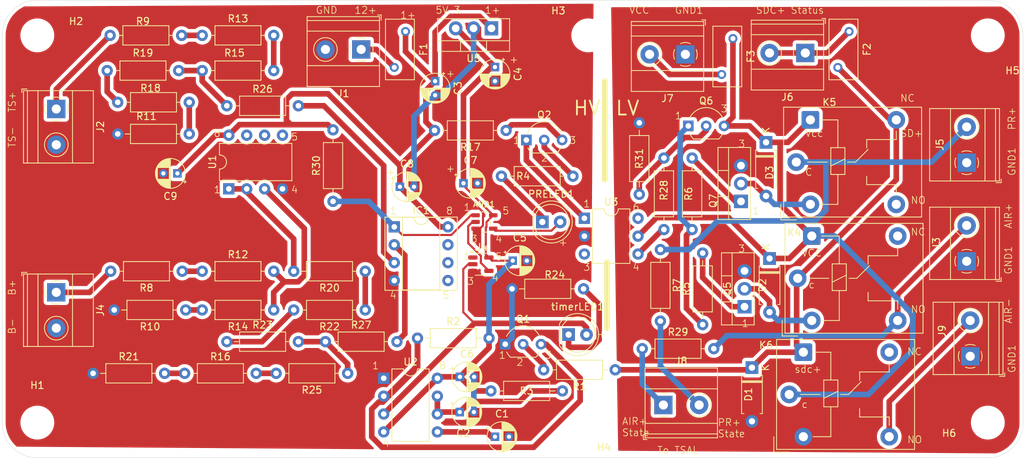
<source format=kicad_pcb>
(kicad_pcb (version 20240108) (generator "pcbnew") (generator_version "8.0")
  (layers (0 "F.Cu" signal) (31 "B.Cu" signal) (34 "B.Paste" user) (35 "F.Paste" user) (36 "B.SilkS" user "B.Silkscreen") (37 "F.SilkS" user "F.Silkscreen") (38 "B.Mask" user) (39 "F.Mask" user) (44 "Edge.Cuts" user))
  (net 0 "")
  (net 1 "Net-(U2-CV)")
  (net 2 "Net-(U2-DIS)")
  (net 3 "5V")
  (net 4 "Net-(D2-A)")
  (net 5 "Net-(D3-A)")
  (net 8 "+12V")
  (net 10 "AIR-VE")
  (net 11 "AIR+VE")
  (net 12 "GateO{slash}p")
  (net 13 "Net-(Q1-C)")
  (net 14 "Net-(Q1-B)")
  (net 15 "Net-(Q2-E)")
  (net 16 "Net-(Q2-B)")
  (net 17 "Net-(Q2-C)")
  (net 18 "ToPreChargeRelay")
  (net 19 "Main+veContactorOn")
  (net 20 "Net-(Q6-B)")
  (net 21 "SDC+")
  (net 23 "Net-(R12-Pad1)")
  (net 24 "Net-(R13-Pad1)")
  (net 25 "Net-(R11-Pad2)")
  (net 26 "Net-(R12-Pad2)")
  (net 27 "Net-(R13-Pad2)")
  (net 28 "Net-(R15-Pad2)")
  (net 29 "Net-(R16-Pad2)")
  (net 30 "Net-(R16-Pad1)")
  (net 31 "Net-(R18-Pad2)")
  (net 32 "Net-(R20-Pad1)")
  (net 33 "Net-(R22-Pad2)")
  (net 34 "Net-(R23-Pad2)")
  (net 35 "Net-(timerLED1-K)")
  (net 36 "Net-(IC1-1IN+)")
  (net 37 "Net-(IC1-1IN-)")
  (net 38 "Net-(R28-Pad1)")
  (net 39 "ComparatorO{slash}p")
  (net 40 "o{slash}pToNOTgate")
  (net 43 "o{slash}pToANDgate")
  (net 46 "GND1")
  (net 47 "VCC")
  (net 48 "GND")
  (net 49 "Net-(J2-Pin_1)")
  (net 50 "Net-(J4-Pin_1)")
  (net 51 "Net-(J8-Pin_2)")
  (net 52 "Net-(J8-Pin_1)")
  (net 53 "Net-(PRELED1-K)")
  (net 54 "Net-(J1-Pin_1)")
  (net 55 "Net-(J6-Pin_1)")
  (net 56 "Net-(J7-Pin_2)")
  (net 57 "Net-(Q5-G)")
  (net 58 "Net-(Q7-G)")
  (net 59 "Net-(R20-Pad2)")
  (net 60 "Net-(R10-Pad1)")
  (footprint "Fuse:Fuse_BelFuse_0ZRE0005FF_L8.3mm_W3.8mm" (layer "F.Cu") (at 200.3 61.45 -90)
    (property "Reference" "F3")
    (property "Value" "Fuse")
  )
  (footprint "Resistor_THT:R_Axial_DIN0207_L6.3mm_D2.5mm_P10.16mm_Horizontal" (layer "F.Cu") (at 135.08 66 180)
    (property "Reference" "R15")
    (property "Value" "20k")
  )
  (footprint "Resistor_THT:R_Axial_DIN0207_L6.3mm_D2.5mm_P10.16mm_Horizontal" (layer "F.Cu") (at 122.58 100 180)
    (property "Reference" "R10")
    (property "Value" "330k")
  )
  (footprint "Fuse:Fuse_BelFuse_0ZRE0005FF_L8.3mm_W3.8mm" (layer "F.Cu") (at 153.8 60.45 -90)
    (property "Reference" "F1")
    (property "Value" "Fuse")
  )
  (footprint "Resistor_THT:R_Axial_DIN0207_L6.3mm_D2.5mm_P10.16mm_Horizontal" (layer "F.Cu") (at 145.58 109 180)
    (property "Reference" "R25")
    (property "Value" "12k")
  )
  (footprint "Resistor_THT:R_Axial_DIN0207_L6.3mm_D2.5mm_P10.16mm_Horizontal" (layer "F.Cu") (at 190 91.42 -90)
    (property "Reference" "R7")
    (property "Value" "1k")
  )
  (footprint "Package_TO_SOT_THT:TO-92_Inline_Wide" (layer "F.Cu") (at 167.96 104.86)
    (property "Reference" "Q1")
    (property "Value" "2N3904")
  )
  (footprint "Capacitor_THT:CP_Radial_D4.0mm_P2.00mm" (layer "F.Cu") (at 153 82.5)
    (property "Reference" "C8")
    (property "Value" "0.1uF")
  )
  (footprint "Package_DIP:DIP-8_W7.62mm" (layer "F.Cu") (at 150.7 109.7)
    (property "Reference" "U2")
    (property "Value" "NE555D")
  )
  (footprint "Resistor_THT:R_Axial_DIN0207_L6.3mm_D2.5mm_P10.16mm_Horizontal" (layer "F.Cu") (at 121.58 66 180)
    (property "Reference" "R19")
    (property "Value" "12k")
  )
  (footprint "TerminalBlock_Phoenix:TerminalBlock_Phoenix_MKDS-1,5-2-5.08_1x02_P5.08mm_Horizontal" (layer "F.Cu") (at 193.545 63.695 180)
    (property "Reference" "J7")
    (property "Value" "SDC")
  )
  (footprint "TerminalBlock_Phoenix:TerminalBlock_Phoenix_MKDS-1,5-2-5.08_1x02_P5.08mm_Horizontal" (layer "F.Cu") (at 104.195 71.455 -90)
    (property "Reference" "J2")
    (property "Value" "Conn_01x02_Pin")
  )
  (footprint "Resistor_THT:R_Axial_DIN0207_L6.3mm_D2.5mm_P10.16mm_Horizontal" (layer "F.Cu") (at 128.42 71)
    (property "Reference" "R26")
    (property "Value" "1k")
  )
  (footprint "Resistor_THT:R_Axial_DIN0207_L6.3mm_D2.5mm_P10.16mm_Horizontal" (layer "F.Cu") (at 122.42 109)
    (property "Reference" "R16")
    (property "Value" "6k")
  )
  (footprint "LED_THT:LED_D5.0mm_IRGrey" (layer "F.Cu") (at 176.96 103.5)
    (property "Reference" "timerLED1")
    (property "Value" "CQY99")
  )
  (footprint "Resistor_THT:R_Axial_DIN0207_L6.3mm_D2.5mm_P10.16mm_Horizontal" (layer "F.Cu") (at 190.5 88.58 90)
    (property "Reference" "R28")
    (property "Value" "4k")
  )
  (footprint "MountingHole:MountingHole_4.3mm_M4" (layer "F.Cu") (at 236.5 116)
    (property "Reference" "H6")
    (property "Value" "MountingHole")
  )
  (footprint "Resistor_THT:R_Axial_DIN0207_L6.3mm_D2.5mm_P10.16mm_Horizontal" (layer "F.Cu") (at 183.58 108.5 180)
    (property "Reference" "R1")
    (property "Value" "10k")
  )
  (footprint "Resistor_THT:R_Axial_DIN0207_L6.3mm_D2.5mm_P10.16mm_Horizontal" (layer "F.Cu") (at 167.42 81)
    (property "Reference" "R4")
    (property "Value" "1k")
  )
  (footprint "Diode_THT:D_A-405_P7.62mm_Horizontal" (layer "F.Cu") (at 205 76.19 -90)
    (property "Reference" "D3")
    (property "Value" "1N4148WT")
  )
  (footprint "Capacitor_THT:CP_Radial_D4.0mm_P2.00mm" (layer "F.Cu") (at 121.4 80.6 180)
    (property "Reference" "C9")
    (property "Value" "0.1uF")
  )
  (footprint "TerminalBlock_Phoenix:TerminalBlock_Phoenix_MKDS-1,5-2-5.08_1x02_P5.08mm_Horizontal" (layer "F.Cu") (at 147.5 63 180)
    (property "Reference" "J1")
    (property "Value" "Conn_01x02_Pin")
  )
  (footprint "Diode_THT:D_A-405_P7.62mm_Horizontal" (layer "F.Cu") (at 205.5 92.69 -90)
    (property "Reference" "D2")
    (property "Value" "1N4148WT")
  )
  (footprint "Capacitor_THT:CP_Radial_D4.0mm_P2.00mm" (layer "F.Cu") (at 158 67.5 -90)
    (property "Reference" "C3")
    (property "Value" "10uF")
  )
  (footprint "Relay_THT:Relay_SPDT_Hongfa_HF3F-L-xx-1ZL1T" (layer "F.Cu") (at 210.3 106)
    (property "Reference" "K6")
    (property "Value" "SRD-12VDC-SL-C")
  )
  (footprint "Resistor_THT:R_Axial_DIN0207_L6.3mm_D2.5mm_P10.16mm_Horizontal" (layer "F.Cu") (at 194.5 88.58 90)
    (property "Reference" "R6")
    (property "Value" "1k")
  )
  (footprint "Resistor_THT:R_Axial_DIN0207_L6.3mm_D2.5mm_P10.16mm_Horizontal" (layer "F.Cu") (at 123.08 70.5 180)
    (property "Reference" "R18")
    (property "Value" "6k")
  )
  (footprint "Resistor_THT:R_Axial_DIN0207_L6.3mm_D2.5mm_P10.16mm_Horizontal" (layer "F.Cu") (at 155.5 104)
    (property "Reference" "R2")
    (property "Value" "1k")
  )
  (footprint "Resistor_THT:R_Axial_DIN0207_L6.3mm_D2.5mm_P10.16mm_Horizontal" (layer "F.Cu") (at 196 102.08 90)
    (property "Reference" "R5")
    (property "Value" "1k")
  )
  (footprint "TerminalBlock_Phoenix:TerminalBlock_Phoenix_MKDS-1,5-2-5.08_1x02_P5.08mm_Horizontal" (layer "F.Cu") (at 104.195 97.5 -90)
    (property "Reference" "J4")
    (property "Value" "Conn_01x02_Pin")
  )
  (footprint "Capacitor_THT:CP_Radial_D4.0mm_P2.00mm" (layer "F.Cu") (at 162.0274 82)
    (property "Reference" "C7")
    (property "Value" "0.1uF")
  )
  (footprint "Package_DIP:DIP-8_W7.62mm" (layer "F.Cu") (at 128.7 82.8 90)
    (property "Reference" "U1")
    (property "Value" "LM358AN_Obsolete")
  )
  (footprint "Relay_THT:Relay_SPDT_Hongfa_HF3F-L-xx-1ZL1T" (layer "F.Cu") (at 211.3 73)
    (property "Reference" "K5")
    (property "Value" "SRD-12VDC-SL-C")
  )
  (footprint "TerminalBlock_Phoenix:TerminalBlock_Phoenix_MKDS-1,5-2-5.08_1x02_P5.08mm_Horizontal" (layer "F.Cu") (at 234 106.58 90)
    (property "Reference" "J9")
    (property "Value" "AIR-VE")
  )
  (footprint "Resistor_THT:R_Axial_DIN0207_L6.3mm_D2.5mm_P10.16mm_Horizontal" (layer "F.Cu") (at 124.92 61)
    (property "Reference" "R13")
    (property "Value" "47k")
  )
  (footprint "Package_TO_SOT_THT:TO-220-3_Vertical" (layer "F.Cu") (at 201.445 84.58 90)
    (property "Reference" "Q7")
    (property "Value" "IRLZ44N")
  )
  (footprint "SN74LVC1G08DBVRE4:SOT95P280X145-5N" (layer "F.Cu") (at 165 87.5)
    (property "Reference" "AND1")
    (property "Value" "SN74LVC1G08DBVRE4")
  )
  (footprint "Resistor_THT:R_Axial_DIN0207_L6.3mm_D2.5mm_P10.16mm_Horizontal" (layer "F.Cu") (at 124.92 94.5)
    (property "Reference" "R12")
    (property "Value" "12k")
  )
  (footprint "Package_DIP:DIP-8_W7.62mm_Socket" (layer "F.Cu") (at 152.2 88.2)
    (property "Reference" "IC1")
    (property "Value" "LM393AN")
  )
  (footprint "Capacitor_THT:CP_Radial_D4.0mm_P2.00mm" (layer "F.Cu") (at 166.5 65.5 -90)
    (property "Reference" "C4")
    (property "Value" "1nF")
  )
  (footprint "Resistor_THT:R_Axial_DIN0207_L6.3mm_D2.5mm_P10.16mm_Horizontal" (layer "F.Cu") (at 109.42 109)
    (property "Reference" "R21")
    (property "Value" "1k")
  )
  (footprint "Capacitor_THT:CP_Radial_D4.0mm_P2.00mm" (layer "F.Cu") (at 161.5 114.5)
    (property "Reference" "C2")
    (property "Value" "10uF")
  )
  (footprint "TerminalBlock_Phoenix:TerminalBlock_Phoenix_MKDS-1,5-2-5.08_1x02_P5.08mm_Horizontal" (layer "F.Cu") (at 233.5 93.08 90)
    (property "Reference" "J3")
    (property "Value" "AIR+VE")
  )
  (footprint "MountingHole:MountingHole_4.3mm_M4" (layer "F.Cu") (at 236.5 61)
    (property "Reference" "H5")
    (property "Value" "MountingHole")
  )
  (footprint "MountingHole:MountingHole_4.3mm_M4" (layer "F.Cu") (at 179.75 61)
    (property "Reference" "H3")
    (property "Value" "MountingHole")
  )
  (footprint "Resistor_THT:R_Axial_DIN0207_L6.3mm_D2.5mm_P10.16mm_Horizontal" (layer "F.Cu") (at 128.42 104.5)
    (property "Reference" "R23")
    (property "Value" "20k")
  )
  (footprint "Capacitor_THT:CP_Radial_D4.0mm_P2.00mm" (layer "F.Cu") (at 166.5 118)
    (property "Reference" "C1")
    (property "Value" "10nF")
  )
  (footprint "Package_TO_SOT_THT:TO-92_Inline_Wide" (layer "F.Cu") (at 193.96 73.86)
    (property "Reference" "Q6")
    (property "Value" "2N3904")
  )
  (footprint "Package_TO_SOT_THT:TO-220-3_Vertical" (layer "F.Cu") (at 201.945 99.54 90)
    (property "Reference" "Q5")
    (property "Value" "IRLZ44N")
  )
  (footprint "Resistor_THT:R_Axial_DIN0207_L6.3mm_D2.5mm_P10.16mm_Horizontal" (layer "F.Cu") (at 187.42 105.5)
    (property "Reference" "R29")
    (property "Value" "1k")
  )
  (footprint "Resistor_THT:R_Axial_DIN0207_L6.3mm_D2.5mm_P10.16mm_Horizontal" (layer "F.Cu") (at 187 83.58 90)
    (property "Reference" "R31")
    (property "Value" "10k")
  )
  (footprint "Resistor_THT:R_Axial_DIN0207_L6.3mm_D2.5mm_P10.16mm_Horizontal" (layer "F.Cu") (at 168.92 97)
    (property "Reference" "R24")
    (property "Value" "220")
  )
  (footprint "Capacitor_THT:CP_Radial_D4.0mm_P2.00mm" (layer "F.Cu") (at 161.527401 109.5)
    (property "Reference" "C6")
    (property "Value" "0.1uF")
  )
  (footprint "Resistor_THT:R_Axial_DIN0207_L6.3mm_D2.5mm_P10.16mm_Horizontal" (layer "F.Cu") (at 122.08 94.5 180)
    (property "Reference" "R8")
    (property "Value" "22k")
  )
  (footprint "TerminalBlock_Phoenix:TerminalBlock_Phoenix_MKDS-1,5-2-5.08_1x02_P5.08mm_Horizontal" (layer "F.Cu") (at 233.5 79.08 90)
    (property "Reference" "J5")
    (property "Value" "ToPreChargeRelay")
  )
  (footprint "TerminalBlock_Phoenix:TerminalBlock_Phoenix_MKDS-1,5-2-5.08_1x02_P5.08mm_Horizontal" (layer "F.Cu") (at 210.58 63.5 180)
    (property "Reference" "J6")
    (property "Value" "SDC")
  )
  (footprint "Relay_THT:Relay_SPDT_Hongfa_HF3F-L-xx-1ZL1T" (layer "F.Cu") (at 211.5 89.5)
    (property "Reference" "K4")
    (property "Value" "SRD-12VDC-SL-C")
  )
  (footprint "Resistor_THT:R_Axial_DIN0207_L6.3mm_D2.5mm_P10.16mm_Horizontal" (layer "F.Cu") (at 168.08 74.5 180)
    (property "Reference" "R17")
    (property "Value" "1k")
  )
  (footprint "Package_TO_SOT_THT:TO-220-3_Vertical" (layer "F.Cu") (at 166 60 180)
    (property "Reference" "U5")
    (property "Value" "L7805")
  )
  (footprint "Resistor_THT:R_Axial_DIN0207_L6.3mm_D2.5mm_P10.16mm_Horizontal" (layer "F.Cu") (at 135.08 100 180)
    (property "Reference" "R14")
    (property "Value" "470k")
  )
  (footprint "Resistor_THT:R_Axial_DIN0207_L6.3mm_D2.5mm_P10.16mm_Horizontal" (layer "F.Cu") (at 143.5 84.58 90)
    (property "Reference" "R30")
    (property "Value" "10k")
  )
  (footprint "Resistor_THT:R_Axial_DIN0207_L6.3mm_D2.5mm_P10.16mm_Horizontal" (layer "F.Cu") (at 142.42 104.5)
    (property "Reference" "R27")
    (property "Value" "1k")
  )
  (footprint "MountingHole:MountingHole_4.3mm_M4" (layer "F.Cu") (at 101.5 61)
    (property "Reference" "H2")
    (property "Value" "MountingHole")
  )
  (footprint "TerminalBlock_Phoenix:TerminalBlock_Phoenix_MKDS-1,5-2-5.08_1x02_P5.08mm_Horizontal" (layer "F.Cu") (at 190.42 113.5)
    (property "Reference" "J8")
    (property "Value" "To TSAL")
  )
  (footprint "MountingHole:MountingHole_4.3mm_M4" (layer "F.Cu") (at 179.75 116)
    (property "Reference" "H4")
    (property "Value" "MountingHole")
  )
  (footprint "Diode_THT:D_A-405_P7.62mm_Horizontal" (layer "F.Cu") (at 203 108.19 -90)
    (property "Reference" "D1")
    (property "Value" "1N4148WT")
  )
  (footprint "Fuse:Fuse_BelFuse_0ZRE0005FF_L8.3mm_W3.8mm" (layer "F.Cu") (at 216.8 60.45 -90)
    (property "Reference" "F2")
    (property "Value" "Fuse")
  )
  (footprint "Resistor_THT:R_Axial_DIN0207_L6.3mm_D2.5mm_P10.16mm_Horizontal" (layer "F.Cu") (at 148.08 94.5 180)
    (property "Reference" "R20")
    (property "Value" "220k")
  )
  (footprint "LED_THT:LED_D5.0mm_IRGrey" (layer "F.Cu") (at 173.225 87.5)
    (property "Reference" "PRELED1")
    (property "Value" "CQY99")
  )
  (footprint "Resistor_THT:R_Axial_DIN0207_L6.3mm_D2.5mm_P10.16mm_Horizontal" (layer "F.Cu") (at 122 61 180)
    (property "Reference" "R9")
    (property "Value" "220k")
  )
  (footprint "Resistor_THT:R_Axial_DIN0207_L6.3mm_D2.5mm_P10.16mm_Horizontal" (layer "F.Cu") (at 176.08 111.5 180)
    (property "Reference" "R3")
    (property "Value" "272k")
  )
  (footprint "Package_DIP:DIP-6_W7.62mm" (layer "F.Cu") (at 179.2 86.975)
    (property "Reference" "U3")
    (property "Value" "4N35")
  )
  (footprint "Resistor_THT:R_Axial_DIN0207_L6.3mm_D2.5mm_P10.16mm_Horizontal" (layer "F.Cu") (at 112.92 75)
    (property "Reference" "R11")
    (property "Value" "1k")
  )
  (footprint "Package_TO_SOT_THT:TO-92_Inline_Wide" (layer "F.Cu") (at 170.96 75.86)
    (property "Reference" "Q2")
    (property "Value" "2N3904")
  )
  (footprint "Resistor_THT:R_Axial_DIN0207_L6.3mm_D2.5mm_P10.16mm_Horizontal" (layer "F.Cu") (at 148.08 100 180)
    (property "Reference" "R22")
    (property "Value" "47k")
  )
  (footprint "MountingHole:MountingHole_4.3mm_M4" (layer "F.Cu") (at 101.5 116)
    (property "Reference" "H1")
    (property "Value" "MountingHole")
  )
  (footprint "Package_TO_SOT_SMD:SOT-23-5" (layer "F.Cu") (at 164.5 93.5)
    (property "Reference" "U4")
    (property "Value" "74AHC1G04")
  )
  (footprint "Capacitor_THT:CP_Radial_D4.0mm_P2.00mm" (layer "F.Cu") (at 169.0274 93)
    (property "Reference" "C5")
    (property "Value" "0.1uF")
  )
  (gr_line (start 182.4 93.2125) (end 182.4 102.5875) (stroke (width 0.8)) (layer "F.SilkS"))
  (gr_line (start 182.1 67.5) (end 182.1 81.5) (stroke (width 0.8)) (layer "F.SilkS"))
  (gr_line (start 96.5 61) (end 96.5 116) (stroke (width 0.05)) (layer "Edge.Cuts"))
  (gr_line (start 101.5 121) (end 236.5 121) (stroke (width 0.05)) (layer "Edge.Cuts"))
  (gr_line (start 241.5 61) (end 241.5 116) (stroke (width 0.05)) (layer "Edge.Cuts"))
  (gr_arc (start 241.5 116) (mid 240.035534 119.535534) (end 236.5 121) (stroke (width 0.05)) (layer "Edge.Cuts"))
  (gr_line (start 101.5 56) (end 236.5 56) (stroke (width 0.05)) (layer "Edge.Cuts"))
  (gr_arc (start 236.5 56) (mid 240.035534 57.464466) (end 241.5 61) (stroke (width 0.05)) (layer "Edge.Cuts"))
  (gr_arc (start 96.5 61) (mid 97.964466 57.464466) (end 101.5 56) (stroke (width 0.05)) (layer "Edge.Cuts"))
  (gr_arc (start 101.5 121) (mid 97.964466 119.535534) (end 96.5 116) (stroke (width 0.05)) (layer "Edge.Cuts"))
  (gr_text "1" (at 126.5 83.5 0) (layer "F.SilkS") (effects (font (size 1 1) (thickness 0.1)) (justify left bottom)))
  (gr_text "GND1" (at 240 95 90) (layer "F.SilkS") (effects (font (size 1 1) (thickness 0.1)) (justify left bottom)))
  (gr_text "B-" (at 98.5 103.5 90) (layer "F.SilkS") (effects (font (size 1 1) (thickness 0.1)) (justify left bottom)))
  (gr_text "TS+" (at 98.5 72 90) (layer "F.SilkS") (effects (font (size 1 1) (thickness 0.1)) (justify left bottom)))
  (gr_text "1" (at 179 85.5 0) (layer "F.SilkS") (effects (font (size 1 1) (thickness 0.1)) (justify left bottom)))
  (gr_text "+" (at 175.5 91 0) (layer "F.SilkS") (effects (font (size 1 1) (thickness 0.1)) (justify left bottom)))
  (gr_text "HV" (at 177.5 72.5 0) (layer "F.SilkS") (effects (font (size 2 2) (thickness 0.25) (bold yes)) (justify left bottom)))
  (gr_text "c" (at 210 114 0) (layer "F.SilkS") (effects (font (size 1 1) (thickness 0.1)) (justify left bottom)))
  (gr_text "8" (at 126.5 75.5 0) (layer "F.SilkS") (effects (font (size 1 1) (thickness 0.1)) (justify left bottom)))
  (gr_text "4" (at 166.5 90.5 0) (layer "F.SilkS") (effects (font (size 1 1) (thickness 0.1)) (justify left bottom)))
  (gr_text "AIR+\nState" (at 184.5 118 0) (layer "F.SilkS") (effects (font (size 1 1) (thickness 0.1)) (justify left bottom)))
  (gr_text "GND1" (at 192 58 0) (layer "F.SilkS") (effects (font (size 1 1) (thickness 0.1)) (justify left bottom)))
  (gr_text "+" (at 151 81 0) (layer "F.SilkS") (effects (font (size 1 1) (thickness 0.1)) (justify left bottom)))
  (gr_text "NC" (at 225 106.5 0) (layer "F.SilkS") (effects (font (size 1 1) (thickness 0.1)) (justify left bottom)))
  (gr_text "+" (at 159.5 80.5 0) (layer "F.SilkS") (effects (font (size 1 1) (thickness 0.1)) (justify left bottom)))
  (gr_text "5V 3" (at 158 58 0) (layer "F.SilkS") (effects (font (size 1 1) (thickness 0.1)) (justify left bottom)))
  (gr_text "2" (at 173 79 0) (layer "F.SilkS") (effects (font (size 1 1) (thickness 0.1)) (justify left bottom)))
  (gr_text "12+" (at 146.5 58 0) (layer "F.SilkS") (effects (font (size 1 1) (thickness 0.1)) (justify left bottom)))
  (gr_text "3" (at 162.5 96.5 0) (layer "F.SilkS") (effects (font (size 1 1) (thickness 0.1)) (justify left bottom)))
  (gr_text "NO" (at 225.5 85 0) (layer "F.SilkS") (effects (font (size 1 1) (thickness 0.1)) (justify left bottom)))
  (gr_text "1" (at 162 86 0) (layer "F.SilkS") (effects (font (size 1 1) (thickness 0.1)) (justify left bottom)))
  (gr_text "3" (at 198.5 72 0) (layer "F.SilkS") (effects (font (size 1 1) (thickness 0.1)) (justify left bottom)))
  (gr_text "1" (at 169 76.5 0) (layer "F.SilkS") (effects (font (size 1 1) (thickness 0.1)) (justify left bottom)))
  (gr_text "4" (at 137.5 83.5 0) (layer "F.SilkS") (effects (font (size 1 1) (thickness 0.1)) (justify left bottom)))
  (gr_text "VCC" (at 210 92.5 0) (layer "F.SilkS") (effects (font (size 1 1) (thickness 0.1)) (justify left bottom)))
  (gr_text "3" (at 201 77 0) (layer "F.SilkS") (effects (font (size 1 1) (thickness 0.1)) (justify left bottom)))
  (gr_text "AIR+" (at 240 88.5 90) (layer "F.SilkS") (effects (font (size 1 1) (thickness 0.1)) (justify left bottom)))
  (gr_text "1+" (at 153 58.7 0) (layer "F.SilkS") (effects (font (size 1 1) (thickness 0.1)) (justify left bottom)))
  (gr_text "3" (at 173.5 107 0) (layer "F.SilkS") (effects (font (size 1 1) (thickness 0.1)) (justify left bottom)))
  (gr_text "LV" (at 183.5 72.5 0) (layer "F.SilkS") (effects (font (size 2 2) (thickness 0.25) (bold yes)) (justify left bottom)))
  (gr_text "1" (at 149 108.5 0) (layer "F.SilkS") (effects (font (size 1 1) (thickness 0.1)) (justify left bottom)))
  (gr_text "SDC+ Status" (at 203.5 58 0) (layer "F.SilkS") (effects (font (size 1 1) (thickness 0.1)) (justify left bottom)))
  (gr_text "2" (at 169.5 108 0) (layer "F.SilkS") (effects (font (size 1 1) (thickness 0.1)) (justify left bottom)))
  (gr_text "To TSAL" (at 189.5 120.5 0) (layer "F.SilkS") (effects (font (size 1 1) (thickness 0.1)) (justify left bottom)))
  (gr_text "1" (at 192 73 0) (layer "F.SilkS") (effects (font (size 1 1) (thickness 0.1)) (justify left bottom)))
  (gr_text "SD+" (at 224 75.5 0) (layer "F.SilkS") (effects (font (size 1 1) (thickness 0.1)) (justify left bottom)))
  (gr_text "NC" (at 225.5 89.5 0) (layer "F.SilkS") (effects (font (size 1 1) (thickness 0.1)) (justify left bottom)))
  (gr_text "+" (at 159.5 67 0) (layer "F.SilkS") (effects (font (size 1 1) (thickness 0.1)) (justify left bottom)))
  (gr_text "+" (at 168.5 65 0) (layer "F.SilkS") (effects (font (size 1 1) (thickness 0.1)) (justify left bottom)))
  (gr_text "4" (at 151.5 98.5 0) (layer "F.SilkS") (effects (font (size 1 1) (thickness 0.1)) (justify left bottom)))
  (gr_text "5" (at 159 98.5 0) (layer "F.SilkS") (effects (font (size 1 1) (thickness 0.1)) (justify left bottom)))
  (gr_text "C" (at 210.5 81 0) (layer "F.SilkS") (effects (font (size 1 1) (thickness 0.1)) (justify left bottom)))
  (gr_text "4" (at 186 94.5 0) (layer "F.SilkS") (effects (font (size 1 1) (thickness 0.1)) (justify left bottom)))
  (gr_text "NO" (at 225 119 0) (layer "F.SilkS") (effects (font (size 1 1) (thickness 0.1)) (justify left bottom)))
  (gr_text "4" (at 166 96 0) (layer "F.SilkS") (effects (font (size 1 1) (thickness 0.1)) (justify left bottom)))
  (gr_text "TS-" (at 98.5 77 90) (layer "F.SilkS") (effects (font (size 1 1) (thickness 0.1)) (justify left bottom)))
  (gr_text "+" (at 181 104 0) (layer "F.SilkS") (effects (font (size 1 1) (thickness 0.1)) (justify left bottom)))
  (gr_text "5" (at 166.5 93 0) (layer "F.SilkS") (effects (font (size 1 1) (thickness 0.1)) (justify left bottom)))
  (gr_text "c" (at 211 97 0) (layer "F.SilkS") (effects (font (size 1 1) (thickness 0.1)) (justify left bottom)))
  (gr_text "3" (at 179 94.5 0) (layer "F.SilkS") (effects (font (size 1 1) (thickness 0.1)) (justify left bottom)))
  (gr_text "5" (at 167.5 86.5 0) (layer "F.SilkS") (effects (font (size 1 1) (thickness 0.1)) (justify left bottom)))
  (gr_text "sdc+" (at 209 109 0) (layer "F.SilkS") (effects (font (size 1 1) (thickness 0.1)) (justify left bottom)))
  (gr_text "PR+" (at 240.5 74.5 90) (layer "F.SilkS") (effects (font (size 1 1) (thickness 0.1)) (justify left bottom)))
  (gr_text "8" (at 158.5 108.5 0) (layer "F.SilkS") (effects (font (size 1 1) (thickness 0.1)) (justify left bottom)))
  (gr_text "AIR-" (at 240 102 90) (layer "F.SilkS") (effects (font (size 1 1) (thickness 0.1)) (justify left bottom)))
  (gr_text "8" (at 159.5 86.5 0) (layer "F.SilkS") (effects (font (size 1 1) (thickness 0.1)) (justify left bottom)))
  (gr_text "1" (at 167 107 0) (layer "F.SilkS") (effects (font (size 1 1) (thickness 0.1)) (justify left bottom)))
  (gr_text "3" (at 163 90.5 0) (layer "F.SilkS") (effects (font (size 1 1) (thickness 0.1)) (justify left bottom)))
  (gr_text "3" (at 177 76.5 0) (layer "F.SilkS") (effects (font (size 1 1) (thickness 0.1)) (justify left bottom)))
  (gr_text "PR+\nState" (at 198.1 118.16 0) (layer "F.SilkS") (effects (font (size 1 1) (thickness 0.1)) (justify left bottom)))
  (gr_text "GND" (at 141 58 0) (layer "F.SilkS") (effects (font (size 1 1) (thickness 0.1)) (justify left bottom)))
  (gr_text "6" (at 186 86 0) (layer "F.SilkS") (effects (font (size 1 1) (thickness 0.1)) (justify left bottom)))
  (gr_text "NO" (at 225.5 100.5 0) (layer "F.SilkS") (effects (font (size 1 1) (thickness 0.1)) (justify left bottom)))
  (gr_text "3" (at 200.9955 91.88 0) (layer "F.SilkS") (effects (font (size 1 1) (thickness 0.1)) (justify left bottom)))
  (gr_text "GND1" (at 240.5 109 90) (layer "F.SilkS") (effects (font (size 1 1) (thickness 0.1)) (justify left bottom)))
  (gr_text "1" (at 203 86.5 0) (layer "F.SilkS") (effects (font (size 1 1) (thickness 0.1)) (justify left bottom)))
  (gr_text "Vcc" (at 210.5 75.5 0) (layer "F.SilkS") (effects (font (size 1 1) (thickness 0.1)) (justify left bottom)))
  (gr_text "NC" (at 224 70.5 0) (layer "F.SilkS") (effects (font (size 1 1) (thickness 0.1)) (justify left bottom)))
  (gr_text "1+" (at 165 58 0) (layer "F.SilkS") (effects (font (size 1 1) (thickness 0.1)) (justify left bottom)))
  (gr_text "5" (at 137.5 76 0) (layer "F.SilkS") (effects (font (size 1 1) (thickness 0.1)) (justify left bottom)))
  (gr_text "1" (at 201.5 102.5 0) (layer "F.SilkS") (effects (font (size 1 1) (thickness 0.1)) (justify left bottom)))
  (gr_text "1" (at 162 93 0) (layer "F.SilkS") (effects (font (size 1 1) (thickness 0.1)) (justify left bottom)))
  (gr_text "GND1" (at 240.5 81 90) (layer "F.SilkS") (effects (font (size 1 1) (thickness 0.1)) (justify left bottom)))
  (gr_text "B+" (at 98.5 98 90) (layer "F.SilkS") (effects (font (size 1 1) (thickness 0.1)) (justify left bottom)))
  (gr_text "1" (at 151.5 86.5 0) (layer "F.SilkS") (effects (font (size 1 1) (thickness 0.1)) (justify left bottom)))
  (gr_text "VCC" (at 185.5 58 0) (layer "F.SilkS") (effects (font (size 1 1) (thickness 0.1)) (justify left bottom)))
  (gr_text "4" (at 150.5 119.5 0) (layer "F.SilkS") (effects (font (size 1 1) (thickness 0.1)) (justify left bottom)))
  (segment (start 165.32 117.32) (end 158.32 117.32) (width 0.8) (layer "F.Cu") (net 1))
  (segment (start 166.5 118) (end 166 118) (width 0.8) (layer "F.Cu") (net 1))
  (segment (start 166 118) (end 165.32 117.32) (width 0.8) (layer "F.Cu") (net 1))
  (segment (start 161.5 114.5) (end 163 113) (width 0.8) (layer "F.Cu") (net 2))
  (segment (start 163 113) (end 170 113) (width 0.8) (layer "F.Cu") (net 2))
  (segment (start 171.5 111.5) (end 170 113) (width 0.8) (layer "F.Cu") (net 2))
  (segment (start 176.08 111.5) (end 171.5 111.5) (width 0.8) (layer "F.Cu") (net 2))
  (segment (start 158.6 114.5) (end 158.32 114.78) (width 0.8) (layer "F.Cu") (net 2))
  (segment (start 161.5 114.5) (end 158.6 114.5) (width 0.8) (layer "F.Cu") (net 2))
  (segment (start 158.32 114.78) (end 158.32 112.24) (width 0.8) (layer "F.Cu") (net 2))
  (segment (start 161 60) (end 166.5 65.5) (width 0.8) (layer "F.Cu") (net 3))
  (segment (start 169.0274 93) (end 166.0875 93) (width 0.3) (layer "F.Cu") (net 3))
  (segment (start 166.5 65.5) (end 166 65.5) (width 0.8) (layer "F.Cu") (net 3))
  (segment (start 161.527401 109.5) (end 158.52 109.5) (width 0.8) (layer "F.Cu") (net 3))
  (segment (start 165.2 92.1125) (end 165.2 88.307106) (width 0.3) (layer "F.Cu") (net 3))
  (segment (start 165.66 105.367401) (end 161.527401 109.5) (width 0.8) (layer "F.Cu") (net 3))
  (segment (start 166.0875 93) (end 165.6375 92.55) (width 0.3) (layer "F.Cu") (net 3))
  (segment (start 165.92 111.5) (end 163.527401 111.5) (width 0.8) (layer "F.Cu") (net 3))
  (segment (start 165.66 104) (end 165.66 105.367401) (width 0.8) (layer "F.Cu") (net 3))
  (segment (start 150.7 117.32) (end 158.32 109.7) (width 0.8) (layer "F.Cu") (net 3))
  (segment (start 163.527401 111.5) (end 161.527401 109.5) (width 0.8) (layer "F.Cu") (net 3))
  (segment (start 162.0274 82.3224) (end 162.0274 82) (width 0.3) (layer "F.Cu") (net 3))
  (segment (start 166.255 86.55) (end 162.0274 82.3224) (width 0.3) (layer "F.Cu") (net 3))
  (segment (start 160.92 60) (end 161 60) (width 0.8) (layer "F.Cu") (net 3))
  (segment (start 162.0274 69.4726) (end 162.0274 82) (width 0.8) (layer "F.Cu") (net 3))
  (segment (start 166 65.5) (end 162.0274 69.4726) (width 0.8) (layer "F.Cu") (net 3))
  (segment (start 158.52 109.5) (end 158.32 109.7) (width 0.8) (layer "F.Cu") (net 3))
  (segment (start 165.3 88.207106) (end 165.3 87.505) (width 0.3) (layer "F.Cu") (net 3))
  (segment (start 165.2 88.307106) (end 165.3 88.207106) (width 0.3) (layer "F.Cu") (net 3))
  (segment (start 165.6375 92.55) (end 165.2 92.1125) (width 0.3) (layer "F.Cu") (net 3))
  (segment (start 165.3 87.505) (end 166.255 86.55) (width 0.3) (layer "F.Cu") (net 3))
  (segment (start 165.66 104) (end 165.66 96.3674) (width 0.8) (layer "B.Cu") (net 3))
  (segment (start 165.66 96.3674) (end 169.0274 93) (width 0.8) (layer "B.Cu") (net 3))
  (segment (start 205.5 98.755) (end 205.5 100.31) (width 0.8) (layer "F.Cu") (net 4))
  (segment (start 201.945 97) (end 203.745 97) (width 0.8) (layer "F.Cu") (net 4))
  (segment (start 203.745 97) (end 205.5 98.755) (width 0.8) (layer "F.Cu") (net 4))
  (segment (start 206.69 101.5) (end 205.5 100.31) (width 0.8) (layer "B.Cu") (net 4))
  (segment (start 211.5 101.5) (end 206.69 101.5) (width 0.8) (layer "B.Cu") (net 4))
  (segment (start 203.23 82.04) (end 205 83.81) (width 0.8) (layer "F.Cu") (net 5))
  (segment (start 201.445 82.04) (end 203.23 82.04) (width 0.8) (layer "F.Cu") (net 5))
  (segment (start 211.3 85) (end 206.19 85) (width 0.8) (layer "B.Cu") (net 5))
  (segment (start 206.19 85) (end 205 83.81) (width 0.8) (layer "B.Cu") (net 5))
  (segment (start 156.7 73.28) (end 157.92 74.5) (width 0.8) (layer "F.Cu") (net 8))
  (segment (start 158 67.5) (end 156.7 68.8) (width 0.8) (layer "F.Cu") (net 8))
  (segment (start 153.8 63.3) (end 158 67.5) (width 0.8) (layer "F.Cu") (net 8))
  (segment (start 142.8 69.3) (end 137.7 69.3) (width 0.8) (layer "F.Cu") (net 8))
  (segment (start 158.7 88.2) (end 153 82.5) (width 0.8) (layer "F.Cu") (net 8))
  (segment (start 159.82 88.2) (end 158.7 88.2) (width 0.8) (layer "F.Cu") (net 8))
  (segment (start 156.7 68.8) (end 156.7 73.28) (width 0.8) (layer "F.Cu") (net 8))
  (segment (start 157.92 74.5) (end 157.92 74.58) (width 0.8) (layer "F.Cu") (net 8))
  (segment (start 128.7 75.18) (end 126.82 75.18) (width 0.8) (layer "F.Cu") (net 8))
  (segment (start 157.92 74.58) (end 153 79.5) (width 0.8) (layer "F.Cu") (net 8))
  (segment (start 164.3 58.3) (end 160.235512 58.3) (width 0.8) (layer "F.Cu") (net 8))
  (segment (start 137.7 69.3) (end 136.88 70.12) (width 0.8) (layer "F.Cu") (net 8))
  (segment (start 153 79.5) (end 153 82.5) (width 0.8) (layer "F.Cu") (net 8))
  (segment (start 136.88 70.12) (end 136.88 73.06) (width 0.8) (layer "F.Cu") (net 8))
  (segment (start 166 60) (end 164.3 58.3) (width 0.8) (layer "F.Cu") (net 8))
  (segment (start 136.88 73.06) (end 137.5 73.68) (width 0.8) (layer "F.Cu") (net 8))
  (segment (start 142.76 73.68) (end 143.5 74.42) (width 0.8) (layer "F.Cu") (net 8))
  (segment (start 126.82 75.18) (end 121.4 80.6) (width 0.8) (layer "F.Cu") (net 8))
  (segment (start 153.8 60.45) (end 153.8 63.3) (width 0.8) (layer "F.Cu") (net 8))
  (segment (start 130.2 73.68) (end 137.5 73.68) (width 0.8) (layer "F.Cu") (net 8))
  (segment (start 137.5 73.68) (end 142.76 73.68) (width 0.8) (layer "F.Cu") (net 8))
  (segment (start 158 60.535512) (end 158 67.5) (width 0.8) (layer "F.Cu") (net 8))
  (segment (start 128.7 75.18) (end 130.2 73.68) (width 0.8) (layer "F.Cu") (net 8))
  (segment (start 160.235512 58.3) (end 158 60.535512) (width 0.8) (layer "F.Cu") (net 8))
  (segment (start 153 79.5) (end 142.8 69.3) (width 0.8) (layer "F.Cu") (net 8))
  (segment (start 222.5 118) (end 222.5 113) (width 0.8) (layer "F.Cu") (net 10))
  (segment (start 222.5 113) (end 234 101.5) (width 0.8) (layer "F.Cu") (net 10))
  (segment (start 223.7 97.8) (end 223.7 101.5) (width 0.8) (layer "F.Cu") (net 11))
  (segment (start 233.5 88) (end 223.7 97.8) (width 0.8) (layer "F.Cu") (net 11))
  (segment (start 221.55 103.65) (end 223.7 101.5) (width 0.8) (layer "B.Cu") (net 11))
  (segment (start 199.43 103.65) (end 221.55 103.65) (width 0.8) (layer "B.Cu") (net 11))
  (segment (start 197.58 105.5) (end 199.43 103.65) (width 0.8) (layer "B.Cu") (net 11))
  (segment (start 166.555 88.75) (end 174.515 88.75) (width 0.3) (layer "F.Cu") (net 12))
  (segment (start 174.515 88.75) (end 175.765 87.5) (width 0.3) (layer "F.Cu") (net 12))
  (segment (start 166.255 88.45) (end 166.555 88.75) (width 0.3) (layer "F.Cu") (net 12))
  (segment (start 172 119.5) (end 178.6 112.9) (width 0.8) (layer "F.Cu") (net 13))
  (segment (start 151.16 112.24) (end 155.5 107.9) (width 0.8) (layer "F.Cu") (net 13))
  (segment (start 149.995836 113.08) (end 149 114.075836) (width 0.8) (layer "F.Cu") (net 13))
  (segment (start 178.6 112.9) (end 178.6 109.7) (width 0.8) (layer "F.Cu") (net 13))
  (segment (start 155.5 108.141522) (end 150.561522 113.08) (width 0.8) (layer "F.Cu") (net 13))
  (segment (start 150.561522 113.08) (end 149.995836 113.08) (width 0.8) (layer "F.Cu") (net 13))
  (segment (start 150.7 112.24) (end 151.16 112.24) (width 0.8) (layer "F.Cu") (net 13))
  (segment (start 149 114.075836) (end 149 118.024164) (width 0.8) (layer "F.Cu") (net 13))
  (segment (start 150.475836 119.5) (end 172 119.5) (width 0.8) (layer "F.Cu") (net 13))
  (segment (start 173.76 104.86) (end 173.04 104.86) (width 0.8) (layer "F.Cu") (net 13))
  (segment (start 178.6 109.7) (end 173.76 104.86) (width 0.8) (layer "F.Cu") (net 13))
  (segment (start 155.5 104) (end 155.5 108.141522) (width 0.8) (layer "F.Cu") (net 13))
  (segment (start 149 118.024164) (end 150.475836 119.5) (width 0.8) (layer "F.Cu") (net 13))
  (segment (start 155.5 107.9) (end 155.5 104) (width 0.8) (layer "F.Cu") (net 13))
  (segment (start 173.42 108.5) (end 173.42 107.78) (width 0.8) (layer "F.Cu") (net 14))
  (segment (start 173.42 107.78) (end 170.5 104.86) (width 0.8) (layer "F.Cu") (net 14))
  (segment (start 170.96 78.735) (end 179.2 86.975) (width 0.8) (layer "F.Cu") (net 15))
  (segment (start 170.96 75.86) (end 170.96 78.735) (width 0.8) (layer "F.Cu") (net 15))
  (segment (start 173.5 75.86) (end 173.5 76.92) (width 0.8) (layer "F.Cu") (net 16))
  (segment (start 173.5 76.92) (end 177.58 81) (width 0.8) (layer "F.Cu") (net 16))
  (segment (start 176.04 75.86) (end 173.880001 73.700001) (width 0.8) (layer "F.Cu") (net 17))
  (segment (start 173.880001 73.700001) (end 168.879999 73.700001) (width 0.8) (layer "F.Cu") (net 17))
  (segment (start 168.879999 73.700001) (end 168.08 74.5) (width 0.8) (layer "F.Cu") (net 17))
  (segment (start 213.5 85.84056) (end 213.5 79) (width 0.8) (layer "B.Cu") (net 18))
  (segment (start 190 91.42) (end 194.064164 91.42) (width 0.8) (layer "B.Cu") (net 18))
  (segment (start 213.5 79) (end 228.5 79) (width 0.8) (layer "B.Cu") (net 18))
  (segment (start 211.99056 87.35) (end 213.5 85.84056) (width 0.8) (layer "B.Cu") (net 18))
  (segment (start 198.134164 87.35) (end 211.99056 87.35) (width 0.8) (layer "B.Cu") (net 18))
  (segment (start 228.5 79) (end 233.5 74) (width 0.8) (layer "B.Cu") (net 18))
  (segment (start 209.3 79) (end 213.5 79) (width 0.8) (layer "B.Cu") (net 18))
  (segment (start 194.064164 91.42) (end 198.134164 87.35) (width 0.8) (layer "B.Cu") (net 18))
  (segment (start 196 102.08) (end 193.700001 99.780001) (width 0.8) (layer "F.Cu") (net 19))
  (segment (start 193.700001 99.780001) (end 193.700001 89.379999) (width 0.8) (layer "F.Cu") (net 19))
  (segment (start 193.700001 89.379999) (end 194.5 88.58) (width 0.8) (layer "F.Cu") (net 19))
  (segment (start 192.8 75.02) (end 192.8 86.88) (width 0.8) (layer "B.Cu") (net 19))
  (segment (start 192.8 86.88) (end 194.5 88.58) (width 0.8) (layer "B.Cu") (net 19))
  (segment (start 193.96 73.86) (end 192.8 75.02) (width 0.8) (layer "B.Cu") (net 19))
  (segment (start 190.5 78.42) (end 193.41 75.51) (width 0.8) (layer "F.Cu") (net 20))
  (segment (start 196.5 74.51) (end 196.5 73.86) (width 0.8) (layer "F.Cu") (net 20))
  (segment (start 193.41 75.51) (end 195.5 75.51) (width 0.8) (layer "F.Cu") (net 20))
  (segment (start 187 81.92) (end 190.5 78.42) (width 0.8) (layer "F.Cu") (net 20))
  (segment (start 195.5 75.51) (end 196.5 74.51) (width 0.8) (layer "F.Cu") (net 20))
  (segment (start 187 83.58) (end 187 81.92) (width 0.8) (layer "F.Cu") (net 20))
  (segment (start 223.5 73) (end 223.5 81.5) (width 0.8) (layer "F.Cu") (net 21))
  (segment (start 222.65 73) (end 223.5 73) (width 0.8) (layer "F.Cu") (net 21))
  (segment (start 205.19 106) (end 203 108.19) (width 0.8) (layer "F.Cu") (net 21))
  (segment (start 209.35 95.65) (end 209.35 105.05) (width 0.8) (layer "F.Cu") (net 21))
  (segment (start 202.69 108.5) (end 203 108.19) (width 0.8) (layer "F.Cu") (net 21))
  (segment (start 223.5 81.5) (end 209.5 95.5) (width 0.8) (layer "F.Cu") (net 21))
  (segment (start 209.35 105.05) (end 210.3 106) (width 0.8) (layer "F.Cu") (net 21))
  (segment (start 215.2 65.55) (end 222.65 73) (width 0.8) (layer "F.Cu") (net 21))
  (segment (start 210.3 106) (end 205.19 106) (width 0.8) (layer "F.Cu") (net 21))
  (segment (start 209.5 95.5) (end 209.35 95.65) (width 0.8) (layer "F.Cu") (net 21))
  (segment (start 183.58 108.5) (end 202.69 108.5) (width 0.8) (layer "F.Cu") (net 21))
  (segment (start 122.08 94.5) (end 124.92 94.5) (width 0.8) (layer "F.Cu") (net 23))
  (segment (start 122 61) (end 124.92 61) (width 0.8) (layer "F.Cu") (net 24))
  (segment (start 123.08 70.5) (end 123.08 75) (width 0.8) (layer "F.Cu") (net 25))
  (segment (start 135.08 100) (end 135.08 97.5) (width 0.8) (layer "F.Cu") (net 26))
  (segment (start 138.541321 96) (end 136.58 96) (width 0.8) (layer "F.Cu") (net 26))
  (segment (start 136.58 96) (end 135.08 94.5) (width 0.8) (layer "F.Cu") (net 26))
  (segment (start 139.42 88.44) (end 139.42 95.121321) (width 0.8) (layer "F.Cu") (net 26))
  (segment (start 135.08 97.5) (end 136.58 96) (width 0.8) (layer "F.Cu") (net 26))
  (segment (start 139.42 95.121321) (end 138.541321 96) (width 0.8) (layer "F.Cu") (net 26))
  (segment (start 133.78 82.8) (end 139.42 88.44) (width 0.8) (layer "F.Cu") (net 26))
  (segment (start 135.08 61) (end 135.08 66) (width 0.8) (layer "F.Cu") (net 27))
  (segment (start 124.92 67.5) (end 128.42 71) (width 0.8) (layer "F.Cu") (net 28))
  (segment (start 124.92 66) (end 124.92 67.5) (width 0.8) (layer "F.Cu") (net 28))
  (segment (start 121.58 66) (end 124.92 66) (width 0.8) (layer "F.Cu") (net 28))
  (segment (start 132.58 109) (end 135.42 109) (width 0.8) (layer "F.Cu") (net 29))
  (segment (start 119.58 109) (end 122.42 109) (width 0.8) (layer "F.Cu") (net 30))
  (segment (start 111.42 69) (end 112.92 70.5) (width 0.8) (layer "F.Cu") (net 31))
  (segment (start 111.42 66) (end 111.42 69) (width 0.8) (layer "F.Cu") (net 31))
  (segment (start 148.08 100) (end 148.08 94.5) (width 0.8) (layer "F.Cu") (net 32))
  (segment (start 133.42 104.5) (end 137.92 100) (width 0.8) (layer "F.Cu") (net 33))
  (segment (start 128.42 104.5) (end 133.42 104.5) (width 0.8) (layer "F.Cu") (net 33))
  (segment (start 145.58 109) (end 145.58 107.66) (width 0.8) (layer "F.Cu") (net 34))
  (segment (start 145.58 107.66) (end 142.42 104.5) (width 0.8) (layer "F.Cu") (net 34))
  (segment (start 138.58 104.5) (end 142.42 104.5) (width 0.8) (layer "F.Cu") (net 34))
  (segment (start 180.245585 105.3) (end 181.3 104.245585) (width 0.8) (layer "F.Cu") (net 35))
  (segment (start 176.96 103.5) (end 176.96 105.2) (width 0.8) (layer "F.Cu") (net 35))
  (segment (start 181.3 99.22) (end 179.08 97) (width 0.8) (layer "F.Cu") (net 35))
  (segment (start 177.06 105.3) (end 180.245585 105.3) (width 0.8) (layer "F.Cu") (net 35))
  (segment (start 181.3 104.245585) (end 181.3 99.22) (width 0.8) (layer "F.Cu") (net 35))
  (segment (start 176.96 105.2) (end 177.06 105.3) (width 0.8) (layer "F.Cu") (net 35))
  (segment (start 150.7 91.78) (end 152.2 93.28) (width 0.8) (layer "F.Cu") (net 36))
  (segment (start 142.201321 71) (end 150.7 79.498679) (width 0.8) (layer "F.Cu") (net 36))
  (segment (start 138.58 71) (end 142.201321 71) (width 0.8) (layer "F.Cu") (net 36))
  (segment (start 150.7 79.498679) (end 150.7 91.78) (width 0.8) (layer "F.Cu") (net 36))
  (segment (start 153.7 103.38) (end 153.7 92.24) (width 0.8) (layer "F.Cu") (net 37))
  (segment (start 152.58 104.5) (end 153.7 103.38) (width 0.8) (layer "F.Cu") (net 37))
  (segment (start 153.7 92.24) (end 152.2 90.74) (width 0.8) (layer "F.Cu") (net 37))
  (segment (start 190.295 88.58) (end 190.5 88.58) (width 0.8) (layer "F.Cu") (net 38))
  (segment (start 186.82 92.055) (end 190.295 88.58) (width 0.8) (layer "F.Cu") (net 38))
  (segment (start 163.096346 86.55) (end 160.296346 89.35) (width 0.3) (layer "F.Cu") (net 39))
  (segment (start 160.296346 89.35) (end 153.35 89.35) (width 0.3) (layer "F.Cu") (net 39))
  (segment (start 163.745 86.55) (end 163.096346 86.55) (width 0.3) (layer "F.Cu") (net 39))
  (segment (start 153.35 89.35) (end 152.2 88.2) (width 0.3) (layer "F.Cu") (net 39))
  (segment (start 143.5 84.58) (end 148.58 84.58) (width 0.8) (layer "B.Cu") (net 39))
  (segment (start 148.58 84.58) (end 152.2 88.2) (width 0.8) (layer "B.Cu") (net 39))
  (segment (start 178.9 101.9) (end 179.5 102.5) (width 0.8) (layer "F.Cu") (net 40))
  (segment (start 162 100.32) (end 163.58 101.9) (width 0.3) (layer "F.Cu") (net 40))
  (segment (start 163.3625 93.5) (end 162.700001 93.5) (width 0.3) (layer "F.Cu") (net 40))
  (segment (start 179.5 102.5) (end 179.5 103.5) (width 0.8) (layer "F.Cu") (net 40))
  (segment (start 163.58 101.9) (end 178.9 101.9) (width 0.8) (layer "F.Cu") (net 40))
  (segment (start 162.700001 93.5) (end 162 94.200001) (width 0.3) (layer "F.Cu") (net 40))
  (segment (start 162 94.200001) (end 162 100.32) (width 0.3) (layer "F.Cu") (net 40))
  (segment (start 150.7 114.78) (end 163.58 101.9) (width 0.8) (layer "F.Cu") (net 40))
  (segment (start 164.5 93.3125) (end 165.6375 94.45) (width 0.3) (layer "F.Cu") (net 43))
  (segment (start 162.7 90.513738) (end 164.5 92.313738) (width 0.3) (layer "F.Cu") (net 43))
  (segment (start 163.29117 87.5) (end 162.7 88.09117) (width 0.3) (layer "F.Cu") (net 43))
  (segment (start 163.745 87.5) (end 163.29117 87.5) (width 0.3) (layer "F.Cu") (net 43))
  (segment (start 162.7 88.09117) (end 162.7 90.513738) (width 0.3) (layer "F.Cu") (net 43))
  (segment (start 164.5 92.313738) (end 164.5 93.3125) (width 0.3) (layer "F.Cu") (net 43))
  (segment (start 200.3 61.45) (end 200.3 72.6) (width 0.8) (layer "F.Cu") (net 47))
  (segment (start 186.82 89.515) (end 189.455 86.88) (width 0.8) (layer "F.Cu") (net 47))
  (segment (start 207 76.19) (end 208.11 76.19) (width 0.8) (layer "F.Cu") (net 47))
  (segment (start 205.5 92.69) (end 208.31 92.69) (width 0.8) (layer "F.Cu") (net 47))
  (segment (start 207 85) (end 207 76.19) (width 0.8) (layer "F.Cu") (net 47))
  (segment (start 208.31 92.69) (end 211.5 89.5) (width 0.8) (layer "F.Cu") (net 47))
  (segment (start 200.3 72.6) (end 199.04 73.86) (width 0.8) (layer "F.Cu") (net 47))
  (segment (start 189.455 86.88) (end 199.69 86.88) (width 0.8) (layer "F.Cu") (net 47))
  (segment (start 202.67 73.86) (end 205 76.19) (width 0.8) (layer "F.Cu") (net 47))
  (segment (start 199.04 73.86) (end 202.67 73.86) (width 0.8) (layer "F.Cu") (net 47))
  (segment (start 199.69 86.88) (end 205.5 92.69) (width 0.8) (layer "F.Cu") (net 47))
  (segment (start 205 76.19) (end 207 76.19) (width 0.8) (layer "F.Cu") (net 47))
  (segment (start 208.11 76.19) (end 211.3 73) (width 0.8) (layer "F.Cu") (net 47))
  (segment (start 211.5 89.5) (end 207 85) (width 0.8) (layer "F.Cu") (net 47))
  (segment (start 219.54056 112) (end 225.85 105.69056) (width 0.8) (layer "B.Cu") (net 47))
  (segment (start 225.85 105.69056) (end 225.85 100.60944) (width 0.8) (layer "B.Cu") (net 47))
  (segment (start 225.85 100.60944) (end 214.74056 89.5) (width 0.8) (layer "B.Cu") (net 47))
  (segment (start 208.3 112) (end 219.54056 112) (width 0.8) (layer "B.Cu") (net 47))
  (segment (start 214.74056 89.5) (end 211.5 89.5) (width 0.8) (layer "B.Cu") (net 47))
  (segment (start 109.42 103) (end 109.84 102.58) (width 0.8) (layer "F.Cu") (net 48))
  (segment (start 164.8 86.1) (end 162.2 83.5) (width 0.3) (layer "F.Cu") (net 48))
  (segment (start 164.349999 88.45) (end 164.8 87.999999) (width 0.3) (layer "F.Cu") (net 48))
  (segment (start 163.745 88.45) (end 164.349999 88.45) (width 0.3) (layer "F.Cu") (net 48))
  (segment (start 162.2 83.5) (end 156 83.5) (width 0.3) (layer "F.Cu") (net 48))
  (segment (start 168.92 97) (end 165.8625 97) (width 0.8) (layer "F.Cu") (net 48))
  (segment (start 109.42 109) (end 109.42 103) (width 0.8) (layer "F.Cu") (net 48))
  (segment (start 104.195 102.58) (end 109.84 102.58) (width 0.8) (layer "F.Cu") (net 48))
  (segment (start 165.8625 97) (end 163.3625 94.5) (width 0.8) (layer "F.Cu") (net 48))
  (segment (start 109.84 102.58) (end 112.42 100) (width 0.8) (layer "F.Cu") (net 48))
  (segment (start 156 83.5) (end 155 82.5) (width 0.3) (layer "F.Cu") (net 48))
  (segment (start 164.8 87.999999) (end 164.8 86.1) (width 0.3) (layer "F.Cu") (net 48))
  (segment (start 155 72.5) (end 158 69.5) (width 0.8) (layer "B.Cu") (net 48))
  (segment (start 158 69.5) (end 158.9 69.5) (width 0.8) (layer "B.Cu") (net 48))
  (segment (start 163.5 109.527401) (end 163.527401 109.5) (width 0.8) (layer "B.Cu") (net 48))
  (segment (start 168.92 103.9) (end 167.96 104.86) (width 0.8) (layer "B.Cu") (net 48))
  (segment (start 163.46 64.94) (end 163.46 60) (width 0.8) (layer "B.Cu") (net 48))
  (segment (start 155 82.5) (end 155 72.5) (width 0.8) (layer "B.Cu") (net 48))
  (segment (start 158.9 69.5) (end 163.46 64.94) (width 0.8) (layer "B.Cu") (net 48))
  (segment (start 163.5 114.5) (end 163.5 109.527401) (width 0.8) (layer "B.Cu") (net 48))
  (segment (start 168.92 97) (end 168.92 103.9) (width 0.8) (layer "B.Cu") (net 48))
  (segment (start 104.195 68.645) (end 111.84 61) (width 0.8) (layer "F.Cu") (net 49))
  (segment (start 104.195 71.455) (end 104.195 68.645) (width 0.8) (layer "F.Cu") (net 49))
  (segment (start 104.195 97.5) (end 108.92 97.5) (width 0.8) (layer "F.Cu") (net 50))
  (segment (start 108.92 97.5) (end 111.92 94.5) (width 0.8) (layer "F.Cu") (net 50))
  (segment (start 195.5 113.5) (end 190 108) (width 0.8) (layer "B.Cu") (net 51))
  (segment (start 190 108) (end 190 101.58) (width 0.8) (layer "B.Cu") (net 51))
  (segment (start 187.42 105.5) (end 187.42 110.5) (width 0.8) (layer "B.Cu") (net 52))
  (segment (start 187.42 110.5) (end 190.42 113.5) (width 0.8) (layer "B.Cu") (net 52))
  (segment (start 167.42 81) (end 173.225 86.805) (width 0.8) (layer "F.Cu") (net 53))
  (segment (start 173.225 86.805) (end 173.225 87.5) (width 0.8) (layer "F.Cu") (net 53))
  (segment (start 149.65 63) (end 152.2 65.55) (width 0.8) (layer "F.Cu") (net 54))
  (segment (start 147.5 63) (end 149.65 63) (width 0.8) (layer "F.Cu") (net 54))
  (segment (start 213.75 63.5) (end 216.8 60.45) (width 0.8) (layer "F.Cu") (net 55))
  (segment (start 210.58 63.5) (end 213.75 63.5) (width 0.8) (layer "F.Cu") (net 55))
  (segment (start 205.5 63.5) (end 210.58 63.5) (width 0.8) (layer "F.Cu") (net 55))
  (segment (start 188.465 63.695) (end 191.32 66.55) (width 0.8) (layer "F.Cu") (net 56))
  (segment (start 191.32 66.55) (end 198.7 66.55) (width 0.8) (layer "F.Cu") (net 56))
  (segment (start 196 91.92) (end 196 95.395) (width 0.8) (layer "F.Cu") (net 57))
  (segment (start 200.145 99.54) (end 201.945 99.54) (width 0.8) (layer "F.Cu") (net 57))
  (segment (start 196 95.395) (end 200.145 99.54) (width 0.8) (layer "F.Cu") (net 57))
  (segment (start 194.5 78.42) (end 200.66 84.58) (width 0.8) (layer "F.Cu") (net 58))
  (segment (start 200.66 84.58) (end 201.445 84.58) (width 0.8) (layer "F.Cu") (net 58))
  (segment (start 137.92 89.92) (end 137.92 94.5) (width 0.8) (layer "F.Cu") (net 59))
  (segment (start 131.24 83.24) (end 137.92 89.92) (width 0.8) (layer "F.Cu") (net 59))
  (segment (start 128.7 82.8) (end 131.24 82.8) (width 0.8) (layer "F.Cu") (net 59))
  (segment (start 131.24 82.8) (end 131.24 83.24) (width 0.8) (layer "F.Cu") (net 59))
  (segment (start 122.58 100) (end 124.92 100) (width 0.8) (layer "F.Cu") (net 60))
  (zone (net 46) (net_name "GND1") (layer "F.Cu") (priority 1) (connect_pads yes (clearance 0.5)) (min_thickness 0.25) (fill yes (thermal_gap 0.5) (thermal_bridge_width 0.5))
    (polygon (pts (xy 183 57) (xy 241.5 56.9) (xy 241.5 120.4) (xy 184 120)))
  )
  (zone (net 48) (net_name "GND") (layer "F.Cu") (connect_pads yes (clearance 0.5)) (min_thickness 0.25) (fill yes (thermal_gap 0.5) (thermal_bridge_width 0.5))
    (polygon (pts (xy 180.5 56.5) (xy 96.7 56.9) (xy 96.2 119.4) (xy 180 120)))
  )
)
</source>
